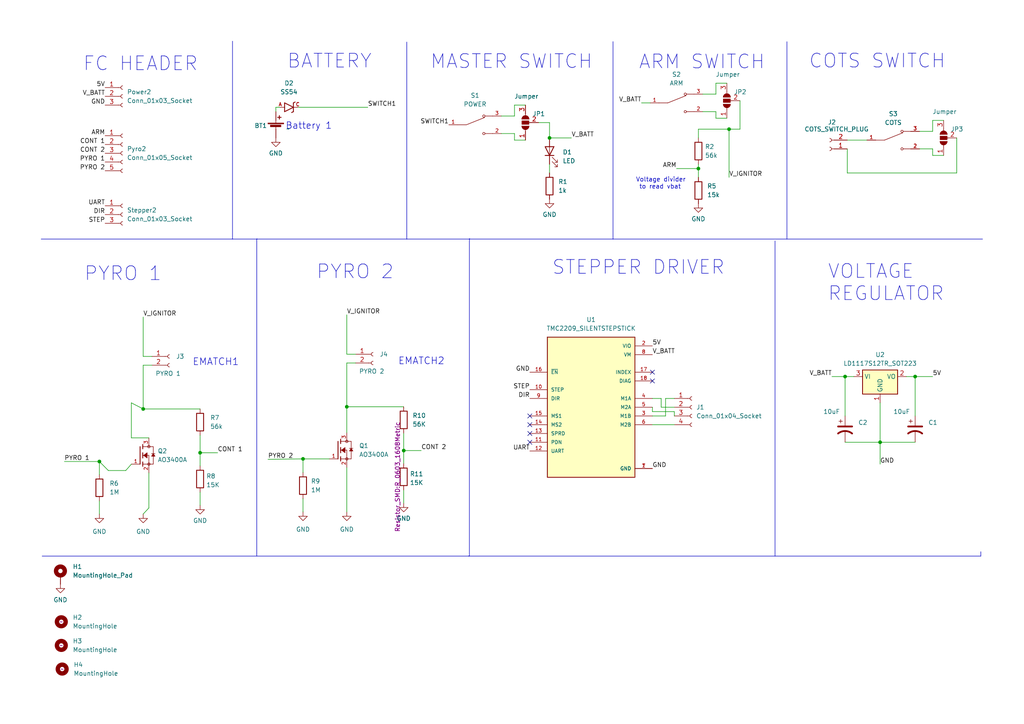
<source format=kicad_sch>
(kicad_sch (version 20230121) (generator eeschema)
  (paper "A4")
  (lib_symbols
    (symbol "AO3400A:AO3400A" (pin_names (offset 1.016))
      (property "Reference" "Q" (at -8.89 2.54 0))
      (property "Value" "AO3400A" (at -8.89 -7.62 0))
      (symbol "AO3400A_0_0"
        (polyline (pts (xy 0 2.54) (xy 0 -2.54)) (stroke (width 0.254)))
        (polyline (pts (xy 0.762 -2.54) (xy 0.762 -3.175)) (stroke (width 0.254)))
        (polyline (pts (xy 0.762 -1.905) (xy 0.762 -2.54)) (stroke (width 0.254)))
        (polyline (pts (xy 0.762 0) (xy 0.762 -0.762)) (stroke (width 0.254)))
        (polyline (pts (xy 0.762 0) (xy 2.54 0)) (stroke (width 0.1524)))
        (polyline (pts (xy 0.762 0.762) (xy 0.762 0)) (stroke (width 0.254)))
        (polyline (pts (xy 0.762 2.54) (xy 0.762 1.905)) (stroke (width 0.254)))
        (polyline (pts (xy 0.762 2.54) (xy 3.81 2.54)) (stroke (width 0.1524)))
        (polyline (pts (xy 0.762 3.175) (xy 0.762 2.54)) (stroke (width 0.254)))
        (polyline (pts (xy 2.54 -2.54) (xy 0.762 -2.54)) (stroke (width 0.1524)))
        (polyline (pts (xy 2.54 -2.54) (xy 3.81 -2.54)) (stroke (width 0.1524)))
        (polyline (pts (xy 2.54 0) (xy 2.54 -2.54)) (stroke (width 0.1524)))
        (polyline (pts (xy 3.81 0.508) (xy 3.302 0.508)) (stroke (width 0.1524)))
        (polyline (pts (xy 3.81 0.508) (xy 3.81 -2.54)) (stroke (width 0.1524)))
        (polyline (pts (xy 3.81 2.54) (xy 3.81 0.508)) (stroke (width 0.1524)))
        (polyline (pts (xy 4.318 0.508) (xy 3.81 0.508)) (stroke (width 0.1524)))
        (polyline (pts (xy 1.016 0) (xy 2.032 0.762) (xy 2.032 -0.762) (xy 1.016 0)) (stroke (width 0.1524)) (fill (type outline)))
        (polyline (pts (xy 3.81 0.508) (xy 3.302 -0.254) (xy 4.318 -0.254) (xy 3.81 0.508)) (stroke (width 0.1524)) (fill (type outline)))
        (circle (center 2.54 -2.54) (radius 0.3592))
        (circle (center 2.54 2.54) (radius 0.3592))
        (pin passive line (at -2.54 -2.54 0) (length 2.54) (name "~") (number "1"))
        (pin passive line (at 2.54 -5.08 90) (length 2.54) (name "~") (number "2"))
        (pin passive line (at 2.54 5.08 270) (length 2.54) (name "~") (number "3"))
      )
    )
    (symbol "Connector:Conn_01x02_Female" (pin_names (offset 1.016) hide)
      (property "Reference" "J" (at 0 2.54 0))
      (property "Value" "Conn_01x02_Female" (at 0 -5.08 0))
      (symbol "Conn_01x02_Female_1_1"
        (arc (start 0 -2.032) (mid -0.5058 -2.54) (end 0 -3.048) (stroke (width 0.1524)))
        (polyline (pts (xy -1.27 -2.54) (xy -0.508 -2.54)) (stroke (width 0.1524)))
        (polyline (pts (xy -1.27 0) (xy -0.508 0)) (stroke (width 0.1524)))
        (arc (start 0 0.508) (mid -0.5058 0) (end 0 -0.508) (stroke (width 0.1524)))
        (pin passive line (at -5.08 0 0) (length 3.81) (name "Pin_1") (number "1"))
        (pin passive line (at -5.08 -2.54 0) (length 3.81) (name "Pin_2") (number "2"))
      )
    )
    (symbol "Connector:Conn_01x03_Socket" (pin_names (offset 1.016) hide)
      (property "Reference" "J" (at 0 5.08 0))
      (property "Value" "Conn_01x03_Socket" (at 0 -5.08 0))
      (symbol "Conn_01x03_Socket_1_1"
        (arc (start 0 -2.032) (mid -0.5058 -2.54) (end 0 -3.048) (stroke (width 0.1524)))
        (polyline (pts (xy -1.27 -2.54) (xy -0.508 -2.54)) (stroke (width 0.1524)))
        (polyline (pts (xy -1.27 0) (xy -0.508 0)) (stroke (width 0.1524)))
        (polyline (pts (xy -1.27 2.54) (xy -0.508 2.54)) (stroke (width 0.1524)))
        (arc (start 0 0.508) (mid -0.5058 0) (end 0 -0.508) (stroke (width 0.1524)))
        (arc (start 0 3.048) (mid -0.5058 2.54) (end 0 2.032) (stroke (width 0.1524)))
        (pin passive line (at -5.08 2.54 0) (length 3.81) (name "Pin_1") (number "1"))
        (pin passive line (at -5.08 0 0) (length 3.81) (name "Pin_2") (number "2"))
        (pin passive line (at -5.08 -2.54 0) (length 3.81) (name "Pin_3") (number "3"))
      )
    )
    (symbol "Connector:Conn_01x04_Socket" (pin_names (offset 1.016) hide)
      (property "Reference" "J" (at 0 5.08 0))
      (property "Value" "Conn_01x04_Socket" (at 0 -7.62 0))
      (symbol "Conn_01x04_Socket_1_1"
        (arc (start 0 -4.572) (mid -0.5058 -5.08) (end 0 -5.588) (stroke (width 0.1524)))
        (arc (start 0 -2.032) (mid -0.5058 -2.54) (end 0 -3.048) (stroke (width 0.1524)))
        (polyline (pts (xy -1.27 -5.08) (xy -0.508 -5.08)) (stroke (width 0.1524)))
        (polyline (pts (xy -1.27 -2.54) (xy -0.508 -2.54)) (stroke (width 0.1524)))
        (polyline (pts (xy -1.27 0) (xy -0.508 0)) (stroke (width 0.1524)))
        (polyline (pts (xy -1.27 2.54) (xy -0.508 2.54)) (stroke (width 0.1524)))
        (arc (start 0 0.508) (mid -0.5058 0) (end 0 -0.508) (stroke (width 0.1524)))
        (arc (start 0 3.048) (mid -0.5058 2.54) (end 0 2.032) (stroke (width 0.1524)))
        (pin passive line (at -5.08 2.54 0) (length 3.81) (name "Pin_1") (number "1"))
        (pin passive line (at -5.08 0 0) (length 3.81) (name "Pin_2") (number "2"))
        (pin passive line (at -5.08 -2.54 0) (length 3.81) (name "Pin_3") (number "3"))
        (pin passive line (at -5.08 -5.08 0) (length 3.81) (name "Pin_4") (number "4"))
      )
    )
    (symbol "Connector:Conn_01x05_Socket" (pin_names (offset 1.016) hide)
      (property "Reference" "J" (at 0 7.62 0))
      (property "Value" "Conn_01x05_Socket" (at 0 -7.62 0))
      (symbol "Conn_01x05_Socket_1_1"
        (arc (start 0 -4.572) (mid -0.5058 -5.08) (end 0 -5.588) (stroke (width 0.1524)))
        (arc (start 0 -2.032) (mid -0.5058 -2.54) (end 0 -3.048) (stroke (width 0.1524)))
        (polyline (pts (xy -1.27 -5.08) (xy -0.508 -5.08)) (stroke (width 0.1524)))
        (polyline (pts (xy -1.27 -2.54) (xy -0.508 -2.54)) (stroke (width 0.1524)))
        (polyline (pts (xy -1.27 0) (xy -0.508 0)) (stroke (width 0.1524)))
        (polyline (pts (xy -1.27 2.54) (xy -0.508 2.54)) (stroke (width 0.1524)))
        (polyline (pts (xy -1.27 5.08) (xy -0.508 5.08)) (stroke (width 0.1524)))
        (arc (start 0 0.508) (mid -0.5058 0) (end 0 -0.508) (stroke (width 0.1524)))
        (arc (start 0 3.048) (mid -0.5058 2.54) (end 0 2.032) (stroke (width 0.1524)))
        (arc (start 0 5.588) (mid -0.5058 5.08) (end 0 4.572) (stroke (width 0.1524)))
        (pin passive line (at -5.08 5.08 0) (length 3.81) (name "Pin_1") (number "1"))
        (pin passive line (at -5.08 2.54 0) (length 3.81) (name "Pin_2") (number "2"))
        (pin passive line (at -5.08 0 0) (length 3.81) (name "Pin_3") (number "3"))
        (pin passive line (at -5.08 -2.54 0) (length 3.81) (name "Pin_4") (number "4"))
        (pin passive line (at -5.08 -5.08 0) (length 3.81) (name "Pin_5") (number "5"))
      )
    )
    (symbol "Device:Battery_Cell" (pin_numbers hide) (pin_names (offset 0) hide)
      (property "Reference" "BT" (at 2.54 2.54 0))
      (property "Value" "Battery_Cell" (at 2.54 0 0))
      (symbol "Battery_Cell_0_1"
        (rectangle (start -2.286 1.778) (end 2.286 1.524) (fill (type outline)))
        (rectangle (start -1.5748 1.1938) (end 1.4732 0.6858) (fill (type outline)))
        (polyline (pts (xy 0 0.762) (xy 0 0)))
        (polyline (pts (xy 0 1.778) (xy 0 2.54)))
        (polyline (pts (xy 0.508 3.429) (xy 1.524 3.429)) (stroke (width 0.254)))
        (polyline (pts (xy 1.016 3.937) (xy 1.016 2.921)) (stroke (width 0.254)))
      )
      (symbol "Battery_Cell_1_1"
        (pin passive line (at 0 5.08 270) (length 2.54) (name "+") (number "1"))
        (pin passive line (at 0 -2.54 90) (length 2.54) (name "-") (number "2"))
      )
    )
    (symbol "Device:C_Polarized_US" (pin_numbers hide) (pin_names (offset 0.254) hide)
      (property "Reference" "C" (at 0.635 2.54 0))
      (property "Value" "C_Polarized_US" (at 0.635 -2.54 0))
      (symbol "C_Polarized_US_0_1"
        (polyline (pts (xy -2.032 0.762) (xy 2.032 0.762)) (stroke (width 0.508)))
        (polyline (pts (xy -1.778 2.286) (xy -0.762 2.286)))
        (polyline (pts (xy -1.27 1.778) (xy -1.27 2.794)))
        (arc (start 2.032 -1.27) (mid 0 -0.5572) (end -2.032 -1.27) (stroke (width 0.508)))
      )
      (symbol "C_Polarized_US_1_1"
        (pin passive line (at 0 3.81 270) (length 2.794) (name "~") (number "1"))
        (pin passive line (at 0 -3.81 90) (length 3.302) (name "~") (number "2"))
      )
    )
    (symbol "Device:LED" (pin_numbers hide) (pin_names (offset 1.016) hide)
      (property "Reference" "D" (at 0 2.54 0))
      (property "Value" "LED" (at 0 -2.54 0))
      (symbol "LED_0_1"
        (polyline (pts (xy -1.27 -1.27) (xy -1.27 1.27)) (stroke (width 0.254)))
        (polyline (pts (xy -1.27 0) (xy 1.27 0)))
        (polyline (pts (xy 1.27 -1.27) (xy 1.27 1.27) (xy -1.27 0) (xy 1.27 -1.27)) (stroke (width 0.254)))
        (polyline (pts (xy -3.048 -0.762) (xy -4.572 -2.286) (xy -3.81 -2.286) (xy -4.572 -2.286) (xy -4.572 -1.524)))
        (polyline (pts (xy -1.778 -0.762) (xy -3.302 -2.286) (xy -2.54 -2.286) (xy -3.302 -2.286) (xy -3.302 -1.524)))
      )
      (symbol "LED_1_1"
        (pin passive line (at -3.81 0 0) (length 2.54) (name "K") (number "1"))
        (pin passive line (at 3.81 0 180) (length 2.54) (name "A") (number "2"))
      )
    )
    (symbol "Device:R" (pin_numbers hide) (pin_names (offset 0))
      (property "Reference" "R" (at 2.032 0 90))
      (property "Value" "R" (at 0 0 90))
      (symbol "R_0_1"
        (rectangle (start -1.016 -2.54) (end 1.016 2.54) (stroke (width 0.254)))
      )
      (symbol "R_1_1"
        (pin passive line (at 0 3.81 270) (length 1.27) (name "~") (number "1"))
        (pin passive line (at 0 -3.81 90) (length 1.27) (name "~") (number "2"))
      )
    )
    (symbol "Jumper:SolderJumper_3_Open" (pin_names (offset 0) hide)
      (property "Reference" "JP" (at -2.54 -2.54 0))
      (property "Value" "SolderJumper_3_Open" (at 0 2.794 0))
      (symbol "SolderJumper_3_Open_0_1"
        (arc (start -1.016 1.016) (mid -2.0276 0) (end -1.016 -1.016))
        (arc (start -1.016 1.016) (mid -2.0276 0) (end -1.016 -1.016) (fill (type outline)))
        (rectangle (start -0.508 1.016) (end 0.508 -1.016) (fill (type outline)))
        (polyline (pts (xy -2.54 0) (xy -2.032 0)))
        (polyline (pts (xy -1.016 1.016) (xy -1.016 -1.016)))
        (polyline (pts (xy 0 -1.27) (xy 0 -1.016)))
        (polyline (pts (xy 1.016 1.016) (xy 1.016 -1.016)))
        (polyline (pts (xy 2.54 0) (xy 2.032 0)))
        (arc (start 1.016 -1.016) (mid 2.0276 0) (end 1.016 1.016))
        (arc (start 1.016 -1.016) (mid 2.0276 0) (end 1.016 1.016) (fill (type outline)))
      )
      (symbol "SolderJumper_3_Open_1_1"
        (pin passive line (at -5.08 0 0) (length 2.54) (name "A") (number "1"))
        (pin passive line (at 0 -3.81 90) (length 2.54) (name "C") (number "2"))
        (pin passive line (at 5.08 0 180) (length 2.54) (name "B") (number "3"))
      )
    )
    (symbol "Mechanical:MountingHole" (pin_names (offset 1.016))
      (property "Reference" "H" (at 0 5.08 0))
      (property "Value" "MountingHole" (at 0 3.175 0))
      (symbol "MountingHole_0_1"
        (circle (center 0 0) (radius 1.27) (stroke (width 1.27)))
      )
    )
    (symbol "Mechanical:MountingHole_Pad" (pin_numbers hide) (pin_names (offset 1.016) hide)
      (property "Reference" "H" (at 0 6.35 0))
      (property "Value" "MountingHole_Pad" (at 0 4.445 0))
      (symbol "MountingHole_Pad_0_1"
        (circle (center 0 1.27) (radius 1.27) (stroke (width 1.27)))
      )
      (symbol "MountingHole_Pad_1_1"
        (pin input line (at 0 -2.54 90) (length 2.54) (name "1") (number "1"))
      )
    )
    (symbol "Regulator_Linear:LD1117S12TR_SOT223"
      (property "Reference" "U" (at -3.81 3.175 0))
      (property "Value" "LD1117S12TR_SOT223" (at 0 3.175 0))
      (symbol "LD1117S12TR_SOT223_0_1"
        (rectangle (start -5.08 -5.08) (end 5.08 1.905) (stroke (width 0.254)) (fill (type background)))
      )
      (symbol "LD1117S12TR_SOT223_1_1"
        (pin power_in line (at 0 -7.62 90) (length 2.54) (name "GND") (number "1"))
        (pin power_out line (at 7.62 0 180) (length 2.54) (name "VO") (number "2"))
        (pin power_in line (at -7.62 0 0) (length 2.54) (name "VI") (number "3"))
      )
    )
    (symbol "SS54:SS54" (pin_names (offset 1.016))
      (property "Reference" "D" (at 2.54 0.4826 0))
      (property "Value" "SS54" (at 2.54 -2.3114 0))
      (symbol "SS54_0_0"
        (polyline (pts (xy -2.54 0) (xy -1.27 0)) (stroke (width 0.1524)))
        (polyline (pts (xy -1.27 -1.27) (xy 1.27 0)) (stroke (width 0.254)))
        (polyline (pts (xy -1.27 0) (xy -1.27 -1.27)) (stroke (width 0.254)))
        (polyline (pts (xy -1.27 1.27) (xy -1.27 0)) (stroke (width 0.254)))
        (polyline (pts (xy 1.27 -1.27) (xy 0.762 -1.524)) (stroke (width 0.254)))
        (polyline (pts (xy 1.27 0) (xy -1.27 1.27)) (stroke (width 0.254)))
        (polyline (pts (xy 1.27 0) (xy 1.27 -1.27)) (stroke (width 0.254)))
        (polyline (pts (xy 1.27 1.27) (xy 1.27 0)) (stroke (width 0.254)))
        (polyline (pts (xy 1.27 1.27) (xy 1.778 1.524)) (stroke (width 0.254)))
        (polyline (pts (xy 2.54 0) (xy 1.27 0)) (stroke (width 0.1524)))
        (pin passive line (at -2.54 0 0) (length 0) (name "~") (number "A"))
        (pin passive line (at 2.54 0 180) (length 0) (name "~") (number "C"))
      )
    )
    (symbol "TMC2209_SILENTSTEPSTICK:TMC2209_SILENTSTEPSTICK" (pin_names (offset 1.016))
      (property "Reference" "U" (at -12.7 22.86 0))
      (property "Value" "TMC2209_SILENTSTEPSTICK" (at -12.7 -22.86 0))
      (symbol "TMC2209_SILENTSTEPSTICK_0_0"
        (rectangle (start -12.7 -20.32) (end 12.7 20.32) (stroke (width 0.254)) (fill (type background)))
        (pin power_in line (at 17.78 -17.78 180) (length 5.08) (name "GND") (number "1"))
        (pin input line (at -17.78 5.08 0) (length 5.08) (name "STEP") (number "10"))
        (pin bidirectional line (at -17.78 -10.16 0) (length 5.08) (name "PDN") (number "11"))
        (pin bidirectional line (at -17.78 -12.7 0) (length 5.08) (name "UART") (number "12"))
        (pin input line (at -17.78 -7.62 0) (length 5.08) (name "SPRD") (number "13"))
        (pin input line (at -17.78 -5.08 0) (length 5.08) (name "MS2") (number "14"))
        (pin input line (at -17.78 -2.54 0) (length 5.08) (name "MS1") (number "15"))
        (pin input line (at -17.78 10.16 0) (length 5.08) (name "~{EN}") (number "16"))
        (pin output line (at 17.78 10.16 180) (length 5.08) (name "INDEX") (number "17"))
        (pin output line (at 17.78 7.62 180) (length 5.08) (name "DIAG") (number "18"))
        (pin power_in line (at 17.78 17.78 180) (length 5.08) (name "VIO") (number "2"))
        (pin output line (at 17.78 -2.54 180) (length 5.08) (name "M1B") (number "3"))
        (pin output line (at 17.78 2.54 180) (length 5.08) (name "M1A") (number "4"))
        (pin output line (at 17.78 0 180) (length 5.08) (name "M2A") (number "5"))
        (pin output line (at 17.78 -5.08 180) (length 5.08) (name "M2B") (number "6"))
        (pin power_in line (at 17.78 -17.78 180) (length 5.08) (name "GND") (number "7"))
        (pin power_in line (at 17.78 15.24 180) (length 5.08) (name "VM") (number "8"))
        (pin input line (at -17.78 2.54 0) (length 5.08) (name "DIR") (number "9"))
      )
    )
    (symbol "omron_D2F:D2F-01F" (pin_names (offset 1.016))
      (property "Reference" "S" (at -2.54 5.08 0))
      (property "Value" "D2F-01F" (at -2.54 -5.08 0))
      (symbol "D2F-01F_0_0"
        (polyline (pts (xy -2.54 0) (xy -5.08 0)) (stroke (width 0.1524)))
        (polyline (pts (xy -2.54 0) (xy 2.794 2.1336)) (stroke (width 0.1524)))
        (polyline (pts (xy 5.08 -2.54) (xy 2.921 -2.54)) (stroke (width 0.1524)))
        (polyline (pts (xy 5.08 2.54) (xy 2.921 2.54)) (stroke (width 0.1524)))
        (circle (center 2.54 -2.54) (radius 0.3302) (stroke (width 0.1524)))
        (circle (center 2.54 2.54) (radius 0.3302) (stroke (width 0.1524)))
        (pin passive line (at -7.62 0 0) (length 2.54) (name "~") (number "1"))
        (pin passive line (at 7.62 -2.54 180) (length 2.54) (name "~") (number "2"))
        (pin passive line (at 7.62 2.54 180) (length 2.54) (name "~") (number "3"))
      )
    )
    (symbol "power:GND" (power) (pin_names (offset 0))
      (property "Value" "GND" (at 0 -3.81 0))
      (symbol "GND_0_1"
        (polyline (pts (xy 0 0) (xy 0 -1.27) (xy 1.27 -1.27) (xy 0 -2.54) (xy -1.27 -1.27) (xy 0 -1.27)))
      )
      (symbol "GND_1_1"
        (pin power_in line (at 0 0 270) (length 0) hide (name "GND") (number "1"))
      )
    )
  )
  (junction (at 159.385 40.005))
  (junction (at 41.529 118.618))
  (junction (at 28.829 133.858))
  (junction (at 100.584 117.983))
  (junction (at 202.565 48.895))
  (junction (at 245.11 109.22))
  (junction (at 58.039 131.318))
  (junction (at 87.884 133.096))
  (junction (at 117.094 130.683))
  (junction (at 265.43 109.22))
  (junction (at 255.27 128.27))
  (junction (at 211.455 37.465))
  (no_connect (at 153.67 123.19))
  (no_connect (at 153.67 128.27))
  (no_connect (at 153.67 120.65))
  (no_connect (at 189.23 110.49))
  (no_connect (at 189.23 107.95))
  (no_connect (at 153.67 125.73))
  (wire (pts (xy 117.094 142.113) (xy 117.094 145.923)))
  (polyline (pts (xy 228.346 69.342) (xy 284.988 69.342)))
  (wire (pts (xy 245.745 50.165) (xy 245.745 43.18)))
  (polyline (pts (xy 67.437 69.342) (xy 117.983 69.342)))
  (wire (pts (xy 80.01 31.115) (xy 80.01 32.385)))
  (wire (pts (xy 100.584 105.283) (xy 100.584 117.983)))
  (wire (pts (xy 189.23 120.65) (xy 193.04 120.65)))
  (wire (pts (xy 159.385 47.625) (xy 159.385 50.165)))
  (wire (pts (xy 214.63 37.465) (xy 211.455 37.465)))
  (wire (pts (xy 207.645 27.305) (xy 207.645 24.13)))
  (wire (pts (xy 241.3 109.22) (xy 245.11 109.22)))
  (wire (pts (xy 265.43 109.22) (xy 265.43 120.65)))
  (wire (pts (xy 245.11 109.22) (xy 247.65 109.22)))
  (wire (pts (xy 202.565 37.465) (xy 211.455 37.465)))
  (wire (pts (xy 38.1 127) (xy 38.1 116.84)))
  (wire (pts (xy 266.7 38.1) (xy 270.51 38.1)))
  (wire (pts (xy 245.745 50.165) (xy 277.495 50.165)))
  (wire (pts (xy 214.63 29.21) (xy 214.63 37.465)))
  (wire (pts (xy 86.36 31.115) (xy 106.68 31.115)))
  (wire (pts (xy 100.584 135.636) (xy 100.584 148.463)))
  (polyline (pts (xy 228.2444 12.0904) (xy 228.2444 69.342)))
  (wire (pts (xy 189.23 123.19) (xy 195.58 123.19)))
  (wire (pts (xy 100.584 117.983) (xy 100.584 125.476)))
  (wire (pts (xy 41.529 103.378) (xy 44.069 103.378)))
  (wire (pts (xy 186.055 29.845) (xy 188.595 29.845)))
  (wire (pts (xy 149.225 38.735) (xy 149.225 40.64)))
  (wire (pts (xy 191.77 115.57) (xy 189.23 115.57)))
  (wire (pts (xy 195.58 119.38) (xy 195.58 120.65)))
  (wire (pts (xy 149.225 33.655) (xy 149.225 30.48)))
  (wire (pts (xy 43.18 147.32) (xy 41.529 149.098)))
  (wire (pts (xy 193.04 120.65) (xy 193.04 115.57)))
  (wire (pts (xy 207.645 32.385) (xy 207.645 34.29)))
  (wire (pts (xy 255.27 116.84) (xy 255.27 128.27)))
  (wire (pts (xy 203.835 27.305) (xy 207.645 27.305)))
  (wire (pts (xy 245.11 109.22) (xy 245.11 120.65)))
  (polyline (pts (xy 117.983 12.192) (xy 117.983 69.342)))
  (wire (pts (xy 58.039 126.238) (xy 58.039 131.318)))
  (wire (pts (xy 191.77 118.11) (xy 191.77 115.57)))
  (wire (pts (xy 189.23 118.11) (xy 189.23 119.38)))
  (wire (pts (xy 189.23 119.38) (xy 195.58 119.38)))
  (polyline (pts (xy 12.2174 161.29) (xy 136.144 161.29)))
  (polyline (pts (xy 177.8 69.342) (xy 228.2444 69.342)))
  (wire (pts (xy 58.039 142.748) (xy 58.039 146.558)))
  (wire (pts (xy 117.094 125.603) (xy 117.094 130.683)))
  (wire (pts (xy 117.094 130.683) (xy 122.174 130.683)))
  (wire (pts (xy 203.835 32.385) (xy 207.645 32.385)))
  (wire (pts (xy 28.829 145.288) (xy 28.829 149.098)))
  (polyline (pts (xy 11.938 69.342) (xy 67.437 69.342)))
  (wire (pts (xy 41.529 105.918) (xy 44.069 105.918)))
  (wire (pts (xy 38.1 116.84) (xy 41.529 118.618)))
  (wire (pts (xy 207.645 34.29) (xy 210.82 34.29)))
  (wire (pts (xy 277.495 40.005) (xy 277.495 50.165)))
  (wire (pts (xy 270.51 43.18) (xy 270.51 45.085)))
  (wire (pts (xy 145.415 33.655) (xy 149.225 33.655)))
  (wire (pts (xy 193.04 115.57) (xy 195.58 115.57)))
  (wire (pts (xy 100.584 117.983) (xy 117.094 117.983)))
  (polyline (pts (xy 177.8 12.065) (xy 177.8 69.342)))
  (wire (pts (xy 87.884 133.096) (xy 95.504 133.096)))
  (wire (pts (xy 58.039 131.318) (xy 63.119 131.318)))
  (wire (pts (xy 207.645 24.13) (xy 210.82 24.13)))
  (wire (pts (xy 211.455 37.465) (xy 211.455 51.435)))
  (wire (pts (xy 195.58 118.11) (xy 191.77 118.11)))
  (wire (pts (xy 270.51 34.925) (xy 273.685 34.925)))
  (wire (pts (xy 156.21 35.56) (xy 159.385 35.56)))
  (wire (pts (xy 149.225 30.48) (xy 152.4 30.48)))
  (wire (pts (xy 159.385 35.56) (xy 159.385 40.005)))
  (wire (pts (xy 265.43 109.22) (xy 270.51 109.22)))
  (wire (pts (xy 117.094 130.683) (xy 117.094 134.493)))
  (wire (pts (xy 266.7 43.18) (xy 270.51 43.18)))
  (wire (pts (xy 58.039 131.318) (xy 58.039 135.128)))
  (wire (pts (xy 270.51 38.1) (xy 270.51 34.925)))
  (wire (pts (xy 245.745 40.64) (xy 251.46 40.64)))
  (wire (pts (xy 18.669 133.858) (xy 28.829 133.858)))
  (wire (pts (xy 100.584 102.743) (xy 103.124 102.743)))
  (wire (pts (xy 245.11 128.27) (xy 255.27 128.27)))
  (wire (pts (xy 159.385 40.005) (xy 165.735 40.005)))
  (polyline (pts (xy 67.437 11.938) (xy 67.437 69.342)))
  (wire (pts (xy 41.529 118.618) (xy 41.529 105.918)))
  (polyline (pts (xy 135.89 161.29) (xy 284.48 161.29)))
  (wire (pts (xy 255.27 128.27) (xy 255.27 134.62)))
  (wire (pts (xy 28.829 133.858) (xy 28.829 137.668)))
  (wire (pts (xy 87.884 133.096) (xy 87.884 137.033)))
  (wire (pts (xy 145.415 38.735) (xy 149.225 38.735)))
  (wire (pts (xy 77.724 133.223) (xy 87.884 133.096)))
  (wire (pts (xy 31.4198 136.4742) (xy 28.829 133.858)))
  (wire (pts (xy 196.215 48.895) (xy 202.565 48.895)))
  (polyline (pts (xy 224.79 69.85) (xy 224.79 161.29)))
  (wire (pts (xy 100.584 105.283) (xy 103.124 105.283)))
  (wire (pts (xy 262.89 109.22) (xy 265.43 109.22)))
  (wire (pts (xy 31.4198 136.4742) (xy 36.4744 136.4742)))
  (wire (pts (xy 270.51 45.085) (xy 273.685 45.085)))
  (wire (pts (xy 41.529 118.618) (xy 58.039 118.618)))
  (wire (pts (xy 41.529 91.948) (xy 41.529 103.378)))
  (polyline (pts (xy 117.983 69.342) (xy 177.8 69.342)))
  (wire (pts (xy 159.385 40.005) (xy 159.385 40.132)))
  (wire (pts (xy 202.565 47.625) (xy 202.565 48.895)))
  (polyline (pts (xy 136.144 161.29) (xy 136.144 69.2404)))
  (wire (pts (xy 87.884 144.653) (xy 87.884 148.463)))
  (wire (pts (xy 43.18 137.16) (xy 43.18 147.32)))
  (wire (pts (xy 202.565 48.895) (xy 202.565 51.435)))
  (polyline (pts (xy 74.4728 161.2392) (xy 74.4728 69.2912)))
  (wire (pts (xy 38.1 127) (xy 43.18 127)))
  (wire (pts (xy 255.27 128.27) (xy 265.43 128.27)))
  (polyline (pts (xy 284.48 160.02) (xy 284.48 161.29)))
  (wire (pts (xy 38.1 134.62) (xy 36.4744 136.4742)))
  (wire (pts (xy 100.584 91.313) (xy 100.584 102.743)))
  (wire (pts (xy 81.28 31.115) (xy 80.01 31.115)))
  (wire (pts (xy 202.565 40.005) (xy 202.565 37.465)))
  (wire (pts (xy 149.225 40.64) (xy 152.4 40.64)))
  (polyline (pts (xy 136.144 69.2404) (xy 136.271 69.2404)))
  (polyline (pts (xy 74.4728 69.2912) (xy 74.5744 69.2912)))
  (text "ARM SWITCH" (at 185.1914 20.4216 0) (effects (font (size 4 4)) (justify left bottom)))
  (text "EMATCH1" (at 55.8292 106.2736 0) (effects (font (size 2 2)) (justify left bottom)))
  (text "PYRO 1" (at 24.3332 81.8388 0) (effects (font (size 4 4)) (justify left bottom)))
  (text "BATTERY" (at 83.185 20.193 0) (effects (font (size 4 4)) (justify left bottom)))
  (text "EMATCH2\n" (at 115.4684 106.0196 0) (effects (font (size 2 2)) (justify left bottom)))
  (text "Voltage divider\n to read vbat" (at 184.404 55.0164 0) (effects (font (size 1.27 1.27)) (justify left bottom)))
  (text "VOLTAGE \nREGULATOR" (at 240.03 87.63 0) (effects (font (size 4 4)) (justify left bottom)))
  (text "MASTER SWITCH" (at 124.714 20.32 0) (effects (font (size 4 4)) (justify left bottom)))
  (text "PYRO 2" (at 91.6686 81.3054 0) (effects (font (size 4 4)) (justify left bottom)))
  (text "FC HEADER" (at 24.003 20.955 0) (effects (font (size 4 4)) (justify left bottom)))
  (text "STEPPER DRIVER\n" (at 160.02 80.01 0) (effects (font (size 4 4)) (justify left bottom)))
  (text "COTS SWITCH" (at 234.5182 20.1676 0) (effects (font (size 4 4)) (justify left bottom)))
  (text "Battery 1" (at 82.804 37.719 0) (effects (font (size 1.905 1.905)) (justify left bottom)))
  (label "DIR" (at 153.67 115.57 180))
  (label "GND" (at 189.23 135.89 0))
  (label "ARM" (at 196.215 48.895 180))
  (label "UART" (at 30.48 59.69 180))
  (label "CONT 1" (at 63.119 131.318 0))
  (label "STEP" (at 153.67 113.03 180))
  (label "ARM" (at 30.48 39.37 180))
  (label "CONT 2" (at 122.174 130.683 0))
  (label "V_BATT" (at 165.735 40.005 0))
  (label "GND" (at 255.27 134.62 0))
  (label "GND" (at 153.67 107.95 180))
  (label "5V" (at 30.48 25.4 180))
  (label "SWITCH1" (at 130.175 36.195 180))
  (label "DIR" (at 30.48 62.23 180))
  (label "5V" (at 189.23 100.33 0))
  (label "CONT 2" (at 30.48 44.45 180))
  (label "PYRO 2" (at 30.48 49.53 180))
  (label "GND" (at 30.48 30.48 180))
  (label "V_BATT" (at 186.055 29.845 180))
  (label "UART" (at 153.67 130.81 180))
  (label "V_IGNITOR" (at 211.455 51.435 0))
  (label "5V" (at 270.51 109.22 0))
  (label "V_IGNITOR" (at 41.529 91.948 0))
  (label "V_BATT" (at 189.23 102.87 0))
  (label "SWITCH1" (at 106.68 31.115 0))
  (label "V_BATT" (at 30.48 27.94 180))
  (label "PYRO 2" (at 77.724 133.223 0))
  (label "PYRO 1" (at 18.669 133.858 0))
  (label "V_BATT" (at 241.3 109.22 180))
  (label "CONT 1" (at 30.48 41.91 180))
  (label "PYRO 1" (at 30.48 46.99 180))
  (label "STEP" (at 30.48 64.77 180))
  (label "V_IGNITOR" (at 100.584 91.313 0))
  (symbol (lib_id "Device:C_Polarized_US") (at 245.11 124.46 0) (unit 1)
    (property "Reference" "C2" (at 248.92 122.555 0) (effects (justify left)))
    (property "Value" "10uF" (at 238.76 119.38 0) (effects (justify left)))
    (property "Footprint" "Capacitor_SMD:CP_Elec_4x5.4" (effects hide))
    (property "Vendor" "C3001200" (effects hide))
  )
  (symbol (lib_id "Device:LED") (at 159.385 43.815 90) (unit 1)
    (property "Reference" "D1" (at 163.195 44.1324 90) (effects (justify right)))
    (property "Value" "LED" (at 163.195 46.6724 90) (effects (justify right)))
    (property "Footprint" "LED_SMD:LED_0603_1608Metric" (effects hide))
    (property "Vendor" "C2290" (effects hide))
  )
  (symbol (lib_id "power:GND") (at 159.385 57.785 0) (unit 1)
    (property "Reference" "#PWR03" (effects hide))
    (property "Value" "GND" (at 159.385 62.2284 0))
  )
  (symbol (lib_id "omron_D2F:D2F-01F") (at 259.08 40.64 0) (unit 1)
    (property "Reference" "S3" (at 259.08 33.02 0))
    (property "Value" "COTS" (at 259.08 35.56 0))
    (property "Footprint" "Sensors:SW_D2F-01F" (effects hide))
    (property "STANDARD" "Manufacturer Recommendations" (effects hide))
    (property "MAXIMUM_PACKAGE_HEIGHT" "7.8 mm" (effects hide))
    (property "MANUFACTURER" "Omron" (effects hide))
    (property "PARTREV" "B036-E1-12" (effects hide))
    (property "SNAPEDA_PN" "D2F-01F" (effects hide))
  )
  (symbol (lib_id "power:GND") (at 28.829 149.098 0) (unit 1)
    (property "Reference" "#PWR0108" (effects hide))
    (property "Value" "GND" (at 28.829 154.178 0))
  )
  (symbol (lib_id "Device:R") (at 117.094 121.793 0) (unit 1)
    (property "Reference" "R10" (at 119.634 120.5229 0) (effects (justify left)))
    (property "Value" "56K" (at 119.634 123.0629 0) (effects (justify left)))
    (property "Footprint" "Resistor_SMD:R_0603_1608Metric" (effects hide))
    (property "Vendor" "C23206" (effects hide))
  )
  (symbol (lib_id "power:GND") (at 202.565 59.055 0) (unit 1)
    (property "Reference" "#PWR0105" (effects hide))
    (property "Value" "GND" (at 202.565 63.4984 0))
  )
  (symbol (lib_id "Device:R") (at 159.385 53.975 180) (unit 1)
    (property "Reference" "R1" (at 161.925 52.7049 0) (effects (justify right)))
    (property "Value" "1k" (at 161.925 55.2449 0) (effects (justify right)))
    (property "Footprint" "Resistor_SMD:R_0603_1608Metric" (effects hide))
    (property "Vendor" "C21190" (effects hide))
  )
  (symbol (lib_id "AO3400A:AO3400A") (at 40.64 132.08 0) (unit 1)
    (property "Reference" "Q2" (at 45.72 130.8099 0) (effects (justify left)))
    (property "Value" "AO3400A" (at 45.72 133.3499 0) (effects (justify left)))
    (property "Footprint" "SOT95P280X125-3N" (effects hide))
    (property "STANDARD" "IPC 7351B" (effects hide))
    (property "MAXIMUM_PACKAGE_HEIGHT" "1.25 mm" (effects hide))
    (property "MANUFACTURER" "Alpha & Omega Semiconductor" (effects hide))
    (property "PARTREV" "L" (effects hide))
    (property "Vendor" "C20917" (effects hide))
  )
  (symbol (lib_id "Connector:Conn_01x03_Socket") (at 35.56 27.94 0) (unit 1)
    (property "Reference" "Power2" (at 36.83 26.67 0) (effects (justify left)))
    (property "Value" "Conn_01x03_Socket" (at 36.83 29.21 0) (effects (justify left)))
    (property "Footprint" "Connector_PinHeader_2.54mm:PinHeader_1x03_P2.54mm_Vertical" (effects hide))
  )
  (symbol (lib_id "Jumper:SolderJumper_3_Open") (at 273.685 40.005 90) (unit 1)
    (property "Reference" "JP3" (at 279.4 37.465 90) (effects (justify left)))
    (property "Value" "Jumper" (at 277.495 32.385 90) (effects (justify left)))
    (property "Footprint" "Jumper:SolderJumper-3_P1.3mm_Open_Pad1.0x1.5mm_NumberLabels" (effects hide))
  )
  (symbol (lib_id "Connector:Conn_01x02_Female") (at 108.204 102.743 0) (unit 1)
    (property "Reference" "J4" (at 110.109 102.7429 0) (effects (justify left)))
    (property "Value" "PYRO 2" (at 104.14 107.696 0) (effects (justify left)))
    (property "Footprint" "Connectors_JST.pretty-master:JST_XH_S02B-XH-A_02x2.50mm_Angled" (effects hide))
  )
  (symbol (lib_id "omron_D2F:D2F-01F") (at 196.215 29.845 0) (unit 1)
    (property "Reference" "S2" (at 196.215 21.59 0))
    (property "Value" "ARM" (at 196.215 24.13 0))
    (property "Footprint" "Sensors:SW_D2F-01F" (effects hide))
    (property "STANDARD" "Manufacturer Recommendations" (effects hide))
    (property "MAXIMUM_PACKAGE_HEIGHT" "7.8 mm" (effects hide))
    (property "MANUFACTURER" "Omron" (effects hide))
    (property "PARTREV" "B036-E1-12" (effects hide))
    (property "SNAPEDA_PN" "D2F-01F" (effects hide))
  )
  (symbol (lib_id "Jumper:SolderJumper_3_Open") (at 210.82 29.21 90) (unit 1)
    (property "Reference" "JP2" (at 216.535 26.67 90) (effects (justify left)))
    (property "Value" "Jumper" (at 214.63 21.59 90) (effects (justify left)))
    (property "Footprint" "Jumper:SolderJumper-3_P1.3mm_Open_Pad1.0x1.5mm_NumberLabels" (effects hide))
  )
  (symbol (lib_id "SS54:SS54") (at 83.82 31.115 0) (unit 1)
    (property "Reference" "D2" (at 83.82 24.13 0))
    (property "Value" "SS54" (at 83.82 26.67 0))
    (property "Footprint" "JLC_footprints:DO-214AC" (effects hide))
    (property "Vendor" "C22452" (effects hide))
  )
  (symbol (lib_id "Device:R") (at 87.884 140.843 0) (unit 1)
    (property "Reference" "R9" (at 90.17 139.5729 0) (effects (justify left)))
    (property "Value" "1M" (at 90.17 142.1129 0) (effects (justify left)))
    (property "Footprint" "Resistor_SMD:R_0603_1608Metric" (effects hide))
    (property "Vendor" "C22935" (effects hide))
  )
  (symbol (lib_id "TMC2209_SILENTSTEPSTICK:TMC2209_SILENTSTEPSTICK") (at 171.45 118.11 0) (unit 1)
    (property "Reference" "U1" (at 171.45 92.71 0))
    (property "Value" "TMC2209_SILENTSTEPSTICK" (at 171.45 95.25 0))
    (property "Footprint" "TMC2209_SILENTSTEPSTICK:MODULE_TMC2209_SILENTSTEPSTICK" (effects hide))
    (property "MF" "Trinamic Motion Control GmbH" (effects hide))
    (property "Description" "\nTMC2209 Motor Controller/Driver Power Management Evaluation Board\n" (effects hide))
    (property "Package" "None" (effects hide))
    (property "Price" "None" (effects hide))
    (property "Check_prices" "https://www.snapeda.com/parts/TMC2209%20SILENTSTEPSTICK/Trinamic+Motion+Control+GmbH/view-part/?ref=eda" (effects hide))
    (property "STANDARD" "Manufacturer Recommendations" (effects hide))
    (property "PARTREV" "1.20" (effects hide))
    (property "SnapEDA_Link" "https://www.snapeda.com/parts/TMC2209%20SILENTSTEPSTICK/Trinamic+Motion+Control+GmbH/view-part/?ref=snap" (effects hide))
    (property "MP" "TMC2209 SILENTSTEPSTICK" (effects hide))
    (property "MANUFACTURER" "Trinamic Motion Control GmbH" (effects hide))
    (property "Availability" "In Stock" (effects hide))
    (property "SNAPEDA_PN" "TMC2209 SILENTSTEPSTICK" (effects hide))
  )
  (symbol (lib_id "Connector:Conn_01x03_Socket") (at 35.56 62.23 0) (unit 1)
    (property "Reference" "Stepper2" (at 36.83 60.96 0) (effects (justify left)))
    (property "Value" "Conn_01x03_Socket" (at 36.83 63.5 0) (effects (justify left)))
    (property "Footprint" "Connector_PinHeader_2.54mm:PinHeader_1x03_P2.54mm_Vertical" (effects hide))
  )
  (symbol (lib_id "Regulator_Linear:LD1117S12TR_SOT223") (at 255.27 109.22 0) (unit 1)
    (property "Reference" "U2" (at 255.27 102.87 0))
    (property "Value" "LD1117S12TR_SOT223" (at 255.27 105.41 0))
    (property "Footprint" "Package_TO_SOT_SMD:SOT-223-3_TabPin2" (effects hide))
    (property "Datasheet" "http://www.st.com/st-web-ui/static/active/en/resource/technical/document/datasheet/CD00000544.pdf" (effects hide))
    (property "Vendor" "C347230" (effects hide))
  )
  (symbol (lib_id "power:GND") (at 41.529 149.098 0) (unit 1)
    (property "Reference" "#PWR0107" (effects hide))
    (property "Value" "GND" (at 41.529 154.178 0))
  )
  (symbol (lib_id "Device:R") (at 58.039 122.428 0) (unit 1)
    (property "Reference" "R7" (at 60.96 121.158 0) (effects (justify left)))
    (property "Value" "56k" (at 60.96 123.698 0) (effects (justify left)))
    (property "Footprint" "Resistor_SMD:R_0603_1608Metric" (effects hide))
    (property "Vendor" "C23206" (effects hide))
  )
  (symbol (lib_id "Device:R") (at 28.829 141.478 0) (unit 1)
    (property "Reference" "R6" (at 31.75 140.2079 0) (effects (justify left)))
    (property "Value" "1M" (at 31.75 142.7479 0) (effects (justify left)))
    (property "Footprint" "Resistor_SMD:R_0603_1608Metric" (effects hide))
    (property "Vendor" "C22935" (effects hide))
  )
  (symbol (lib_id "Mechanical:MountingHole_Pad") (at 17.526 166.878 0) (unit 1)
    (property "Reference" "H1" (at 21.082 164.3379 0) (effects (justify left)))
    (property "Value" "MountingHole_Pad" (at 21.082 166.8779 0) (effects (justify left)))
    (property "Footprint" "MountingHole:MountingHole_3.2mm_M3_DIN965_Pad_TopBottom" (effects hide))
  )
  (symbol (lib_id "power:GND") (at 117.094 145.923 0) (unit 1)
    (property "Reference" "#PWR0101" (effects hide))
    (property "Value" "GND" (at 117.094 150.3664 0))
  )
  (symbol (lib_id "Device:R") (at 202.565 43.815 180) (unit 1)
    (property "Reference" "R2" (at 204.47 42.545 0) (effects (justify right)))
    (property "Value" "56k" (at 204.47 45.085 0) (effects (justify right)))
    (property "Footprint" "Resistor_SMD:R_0603_1608Metric" (effects hide))
    (property "Vendor" "C23206" (effects hide))
  )
  (symbol (lib_id "Device:R") (at 117.094 138.303 0) (unit 1)
    (property "Reference" "R11" (at 118.872 137.4683 0) (effects (justify left)))
    (property "Value" "15K" (at 118.872 140.0052 0) (effects (justify left)))
    (property "Footprint" "Resistor_SMD:R_0603_1608Metric" (at 115.316 138.303 90))
    (property "Vendor" "C22809" (effects hide))
  )
  (symbol (lib_id "Jumper:SolderJumper_3_Open") (at 152.4 35.56 90) (unit 1)
    (property "Reference" "JP1" (at 158.115 33.02 90) (effects (justify left)))
    (property "Value" "Jumper" (at 156.21 27.94 90) (effects (justify left)))
    (property "Footprint" "Jumper:SolderJumper-3_P1.3mm_Open_Pad1.0x1.5mm_NumberLabels" (effects hide))
  )
  (symbol (lib_id "power:GND") (at 87.884 148.463 0) (unit 1)
    (property "Reference" "#PWR0102" (effects hide))
    (property "Value" "GND" (at 87.884 153.543 0))
  )
  (symbol (lib_id "Device:Battery_Cell") (at 80.01 37.465 0) (unit 1)
    (property "Reference" "BT1" (at 73.787 36.449 0) (effects (justify left)))
    (property "Value" "~" (at 83.0072 37.338 0) (effects (justify left)))
    (property "Footprint" "Connectors_JST.pretty-master:JST_XH_S02B-XH-A_02x2.50mm_Angled" (effects hide))
  )
  (symbol (lib_id "Mechanical:MountingHole") (at 18.034 194.056 0) (unit 1)
    (property "Reference" "H4" (at 21.336 192.7859 0) (effects (justify left)))
    (property "Value" "MountingHole" (at 21.336 195.3259 0) (effects (justify left)))
    (property "Footprint" "MountingHole:MountingHole_3.2mm_M3_DIN965_Pad_TopBottom" (effects hide))
    (property "Datasheet" "~" (at 18.034 194.056 0))
  )
  (symbol (lib_id "AO3400A:AO3400A") (at 98.044 130.556 0) (unit 1)
    (property "Reference" "Q1" (at 104.14 129.2859 0) (effects (justify left)))
    (property "Value" "AO3400A" (at 104.14 131.8259 0) (effects (justify left)))
    (property "Footprint" "AO3400A:SOT95P280X125-3N" (effects hide))
    (property "STANDARD" "IPC 7351B" (effects hide))
    (property "MAXIMUM_PACKAGE_HEIGHT" "1.25 mm" (effects hide))
    (property "MANUFACTURER" "Alpha & Omega Semiconductor" (effects hide))
    (property "PARTREV" "L" (effects hide))
    (property "Vendor" "C20917" (effects hide))
  )
  (symbol (lib_id "Connector:Conn_01x02_Female") (at 49.149 103.378 0) (unit 1)
    (property "Reference" "J3" (at 51.054 103.3779 0) (effects (justify left)))
    (property "Value" "PYRO 1" (at 45.085 108.331 0) (effects (justify left)))
    (property "Footprint" "Connectors_JST.pretty-master:JST_XH_S02B-XH-A_02x2.50mm_Angled" (effects hide))
  )
  (symbol (lib_id "Mechanical:MountingHole") (at 17.78 180.34 0) (unit 1)
    (property "Reference" "H2" (at 21.082 179.0699 0) (effects (justify left)))
    (property "Value" "MountingHole" (at 21.082 181.6099 0) (effects (justify left)))
    (property "Footprint" "MountingHole:MountingHole_3.2mm_M3_DIN965_Pad_TopBottom" (effects hide))
    (property "Datasheet" "~" (at 17.78 180.34 0))
  )
  (symbol (lib_id "Connector:Conn_01x04_Socket") (at 200.66 118.11 0) (unit 1)
    (property "Reference" "J1" (at 201.93 118.11 0) (effects (justify left)))
    (property "Value" "Conn_01x04_Socket" (at 201.93 120.65 0) (effects (justify left)))
    (property "Footprint" "Connectors_JST.pretty-master:JST_XH_S04B-XH-A_04x2.50mm_Angled" (effects hide))
  )
  (symbol (lib_id "power:GND") (at 80.01 40.005 0) (unit 1)
    (property "Reference" "#PWR02" (effects hide))
    (property "Value" "GND" (at 80.01 44.4484 0))
  )
  (symbol (lib_id "omron_D2F:D2F-01F") (at 137.795 36.195 0) (unit 1)
    (property "Reference" "S1" (at 137.795 27.686 0))
    (property "Value" "POWER" (at 137.795 30.226 0))
    (property "Footprint" "Sensors:SW_D2F-01F" (effects hide))
    (property "STANDARD" "Manufacturer Recommendations" (effects hide))
    (property "MAXIMUM_PACKAGE_HEIGHT" "7.8 mm" (effects hide))
    (property "MANUFACTURER" "Omron" (effects hide))
    (property "PARTREV" "B036-E1-12" (effects hide))
    (property "SNAPEDA_PN" "D2F-01F" (effects hide))
  )
  (symbol (lib_id "Device:R") (at 202.565 55.245 180) (unit 1)
    (property "Reference" "R5" (at 205.105 53.9749 0) (effects (justify right)))
    (property "Value" "15k" (at 205.105 56.5149 0) (effects (justify right)))
    (property "Footprint" "Resistor_SMD:R_0603_1608Metric" (effects hide))
    (property "Vendor" "C22809" (effects hide))
  )
  (symbol (lib_id "power:GND") (at 58.039 146.558 0) (unit 1)
    (property "Reference" "#PWR0106" (effects hide))
    (property "Value" "GND" (at 58.039 151.0014 0))
  )
  (symbol (lib_id "Mechanical:MountingHole") (at 17.78 187.198 0) (unit 1)
    (property "Reference" "H3" (at 21.082 185.9279 0) (effects (justify left)))
    (property "Value" "MountingHole" (at 21.082 188.4679 0) (effects (justify left)))
    (property "Footprint" "MountingHole:MountingHole_3.2mm_M3_DIN965_Pad_TopBottom" (effects hide))
    (property "Datasheet" "~" (at 17.78 187.198 0))
  )
  (symbol (lib_id "Connector:Conn_01x05_Socket") (at 35.56 44.45 0) (unit 1)
    (property "Reference" "Pyro2" (at 36.83 43.18 0) (effects (justify left)))
    (property "Value" "Conn_01x05_Socket" (at 36.83 45.72 0) (effects (justify left)))
    (property "Footprint" "Connector_PinHeader_2.54mm:PinHeader_1x05_P2.54mm_Vertical" (effects hide))
  )
  (symbol (lib_id "Device:C_Polarized_US") (at 265.43 124.46 0) (unit 1)
    (property "Reference" "C1" (at 269.24 122.555 0) (effects (justify left)))
    (property "Value" "10uF" (at 259.08 119.38 0) (effects (justify left)))
    (property "Footprint" "Capacitor_SMD:CP_Elec_4x5.4" (effects hide))
    (property "Vendor" "C3001200" (effects hide))
  )
  (symbol (lib_id "power:GND") (at 100.584 148.463 0) (unit 1)
    (property "Reference" "#PWR0103" (effects hide))
    (property "Value" "GND" (at 100.584 153.543 0))
  )
  (symbol (lib_id "Device:R") (at 58.039 138.938 0) (unit 1)
    (property "Reference" "R8" (at 59.817 138.1033 0) (effects (justify left)))
    (property "Value" "15K" (at 59.817 140.6402 0) (effects (justify left)))
    (property "Footprint" "Resistor_SMD:R_0603_1608Metric" (effects hide))
    (property "Vendor" "C22809" (effects hide))
  )
  (symbol (lib_id "power:GND") (at 17.526 169.418 0) (unit 1)
    (property "Reference" "#PWR0104" (effects hide))
    (property "Value" "GND" (at 17.526 173.99 0))
  )
  (symbol (lib_id "Connector:Conn_01x02_Female") (at 240.665 43.18 180) (unit 1)
    (property "Reference" "J2" (at 241.3 35.4584 0))
    (property "Value" "COTS_SWITCH_PLUG" (at 242.6462 37.465 0))
    (property "Footprint" "Connectors_JST.pretty-master:JST_XH_S02B-XH-A_02x2.50mm_Angled" (effects hide))
  )
)
</source>
